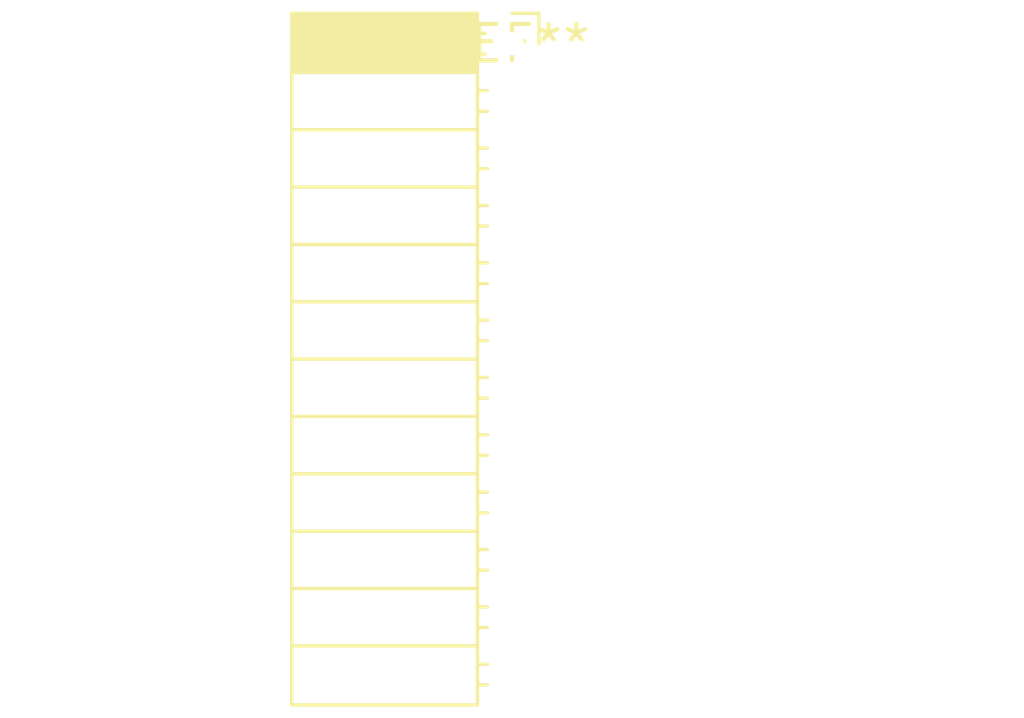
<source format=kicad_pcb>
(kicad_pcb (version 20240108) (generator pcbnew)
  (layers (0 "F.Cu" signal) (31 "B.Cu" signal) (34 "B.Paste" user) (35 "F.Paste" user) (36 "B.SilkS" user "B.Silkscreen") (37 "F.SilkS" user "F.Silkscreen") (38 "B.Mask" user) (39 "F.Mask" user) (44 "Edge.Cuts" user))
  (net 0 "")
  (footprint "PinSocket_1x12_P2.00mm_Horizontal" (layer "F.Cu") (at 0 0)
    (property "Reference" "REF**")
    (property "Value" "PinSocket_1x12_P2.00mm_Horizontal")
    (fp_line (start -7.68 -1.06) (end -7.68 23.06) (layer "F.SilkS") (stroke (width 0.12)))
    (fp_line (start -7.68 -1.06) (end -1.21 -1.06) (layer "F.SilkS") (stroke (width 0.12)))
    (fp_line (start -7.68 -0.94) (end -1.21 -0.94) (layer "F.SilkS") (stroke (width 0.12)))
    (fp_line (start -7.68 -0.825882) (end -1.21 -0.825882) (layer "F.SilkS") (stroke (width 0.12)))
    (fp_line (start -7.68 -0.711764) (end -1.21 -0.711764) (layer "F.SilkS") (stroke (width 0.12)))
    (fp_line (start -7.68 -0.597646) (end -1.21 -0.597646) (layer "F.SilkS") (stroke (width 0.12)))
    (fp_line (start -7.68 -0.483528) (end -1.21 -0.483528) (layer "F.SilkS") (stroke (width 0.12)))
    (fp_line (start -7.68 -0.36941) (end -1.21 -0.36941) (layer "F.SilkS") (stroke (width 0.12)))
    (fp_line (start -7.68 -0.255292) (end -1.21 -0.255292) (layer "F.SilkS") (stroke (width 0.12)))
    (fp_line (start -7.68 -0.141174) (end -1.21 -0.141174) (layer "F.SilkS") (stroke (width 0.12)))
    (fp_line (start -7.68 -0.027056) (end -1.21 -0.027056) (layer "F.SilkS") (stroke (width 0.12)))
    (fp_line (start -7.68 0.087062) (end -1.21 0.087062) (layer "F.SilkS") (stroke (width 0.12)))
    (fp_line (start -7.68 0.20118) (end -1.21 0.20118) (layer "F.SilkS") (stroke (width 0.12)))
    (fp_line (start -7.68 0.315298) (end -1.21 0.315298) (layer "F.SilkS") (stroke (width 0.12)))
    (fp_line (start -7.68 0.429416) (end -1.21 0.429416) (layer "F.SilkS") (stroke (width 0.12)))
    (fp_line (start -7.68 0.543534) (end -1.21 0.543534) (layer "F.SilkS") (stroke (width 0.12)))
    (fp_line (start -7.68 0.657652) (end -1.21 0.657652) (layer "F.SilkS") (stroke (width 0.12)))
    (fp_line (start -7.68 0.77177) (end -1.21 0.77177) (layer "F.SilkS") (stroke (width 0.12)))
    (fp_line (start -7.68 0.885888) (end -1.21 0.885888) (layer "F.SilkS") (stroke (width 0.12)))
    (fp_line (start -7.68 1) (end -1.21 1) (layer "F.SilkS") (stroke (width 0.12)))
    (fp_line (start -7.68 3) (end -1.21 3) (layer "F.SilkS") (stroke (width 0.12)))
    (fp_line (start -7.68 5) (end -1.21 5) (layer "F.SilkS") (stroke (width 0.12)))
    (fp_line (start -7.68 7) (end -1.21 7) (layer "F.SilkS") (stroke (width 0.12)))
    (fp_line (start -7.68 9) (end -1.21 9) (layer "F.SilkS") (stroke (width 0.12)))
    (fp_line (start -7.68 11) (end -1.21 11) (layer "F.SilkS") (stroke (width 0.12)))
    (fp_line (start -7.68 13) (end -1.21 13) (layer "F.SilkS") (stroke (width 0.12)))
    (fp_line (start -7.68 15) (end -1.21 15) (layer "F.SilkS") (stroke (width 0.12)))
    (fp_line (start -7.68 17) (end -1.21 17) (layer "F.SilkS") (stroke (width 0.12)))
    (fp_line (start -7.68 19) (end -1.21 19) (layer "F.SilkS") (stroke (width 0.12)))
    (fp_line (start -7.68 21) (end -1.21 21) (layer "F.SilkS") (stroke (width 0.12)))
    (fp_line (start -7.68 23.06) (end -1.21 23.06) (layer "F.SilkS") (stroke (width 0.12)))
    (fp_line (start -1.21 -1.06) (end -1.21 23.06) (layer "F.SilkS") (stroke (width 0.12)))
    (fp_line (start -1.21 -0.36) (end -0.935 -0.36) (layer "F.SilkS") (stroke (width 0.12)))
    (fp_line (start -1.21 0.36) (end -0.935 0.36) (layer "F.SilkS") (stroke (width 0.12)))
    (fp_line (start -1.21 1.64) (end -0.862917 1.64) (layer "F.SilkS") (stroke (width 0.12)))
    (fp_line (start -1.21 2.36) (end -0.862917 2.36) (layer "F.SilkS") (stroke (width 0.12)))
    (fp_line (start -1.21 3.64) (end -0.862917 3.64) (layer "F.SilkS") (stroke (width 0.12)))
    (fp_line (start -1.21 4.36) (end -0.862917 4.36) (layer "F.SilkS") (stroke (width 0.12)))
    (fp_line (start -1.21 5.64) (end -0.862917 5.64) (layer "F.SilkS") (stroke (width 0.12)))
    (fp_line (start -1.21 6.36) (end -0.862917 6.36) (layer "F.SilkS") (stroke (width 0.12)))
    (fp_line (start -1.21 7.64) (end -0.862917 7.64) (layer "F.SilkS") (stroke (width 0.12)))
    (fp_line (start -1.21 8.36) (end -0.862917 8.36) (layer "F.SilkS") (stroke (width 0.12)))
    (fp_line (start -1.21 9.64) (end -0.862917 9.64) (layer "F.SilkS") (stroke (width 0.12)))
    (fp_line (start -1.21 10.36) (end -0.862917 10.36) (layer "F.SilkS") (stroke (width 0.12)))
    (fp_line (start -1.21 11.64) (end -0.862917 11.64) (layer "F.SilkS") (stroke (width 0.12)))
    (fp_line (start -1.21 12.36) (end -0.862917 12.36) (layer "F.SilkS") (stroke (width 0.12)))
    (fp_line (start -1.21 13.64) (end -0.862917 13.64) (layer "F.SilkS") (stroke (width 0.12)))
    (fp_line (start -1.21 14.36) (end -0.862917 14.36) (layer "F.SilkS") (stroke (width 0.12)))
    (fp_line (start -1.21 15.64) (end -0.862917 15.64) (layer "F.SilkS") (stroke (width 0.12)))
    (fp_line (start -1.21 16.36) (end -0.862917 16.36) (layer "F.SilkS") (stroke (width 0.12)))
    (fp_line (start -1.21 17.64) (end -0.862917 17.64) (layer "F.SilkS") (stroke (width 0.12)))
    (fp_line (start -1.21 18.36) (end -0.862917 18.36) (layer "F.SilkS") (stroke (width 0.12)))
    (fp_line (start -1.21 19.64) (end -0.862917 19.64) (layer "F.SilkS") (stroke (width 0.12)))
    (fp_line (start -1.21 20.36) (end -0.862917 20.36) (layer "F.SilkS") (stroke (width 0.12)))
    (fp_line (start -1.21 21.64) (end -0.862917 21.64) (layer "F.SilkS") (stroke (width 0.12)))
    (fp_line (start -1.21 22.36) (end -0.862917 22.36) (layer "F.SilkS") (stroke (width 0.12)))
    (fp_line (start 0 -1.06) (end 0.935 -1.06) (layer "F.SilkS") (stroke (width 0.12)))
    (fp_line (start 0.935 -1.06) (end 0.935 0) (layer "F.SilkS") (stroke (width 0.12)))
    (pad "1" thru_hole rect (at 0 0) (size 1.35 1.35) (drill 0.8) (layers *.Cu *.Mask) (remove_unused_layers))
    (pad "2" thru_hole oval (at 0 2) (size 1.35 1.35) (drill 0.8) (layers *.Cu *.Mask) (remove_unused_layers))
    (pad "3" thru_hole oval (at 0 4) (size 1.35 1.35) (drill 0.8) (layers *.Cu *.Mask) (remove_unused_layers))
    (pad "4" thru_hole oval (at 0 6) (size 1.35 1.35) (drill 0.8) (layers *.Cu *.Mask) (remove_unused_layers))
    (pad "5" thru_hole oval (at 0 8) (size 1.35 1.35) (drill 0.8) (layers *.Cu *.Mask) (remove_unused_layers))
    (pad "6" thru_hole oval (at 0 10) (size 1.35 1.35) (drill 0.8) (layers *.Cu *.Mask) (remove_unused_layers))
    (pad "7" thru_hole oval (at 0 12) (size 1.35 1.35) (drill 0.8) (layers *.Cu *.Mask) (remove_unused_layers))
    (pad "8" thru_hole oval (at 0 14) (size 1.35 1.35) (drill 0.8) (layers *.Cu *.Mask) (remove_unused_layers))
    (pad "9" thru_hole oval (at 0 16) (size 1.35 1.35) (drill 0.8) (layers *.Cu *.Mask) (remove_unused_layers))
    (pad "10" thru_hole oval (at 0 18) (size 1.35 1.35) (drill 0.8) (layers *.Cu *.Mask) (remove_unused_layers))
    (pad "11" thru_hole oval (at 0 20) (size 1.35 1.35) (drill 0.8) (layers *.Cu *.Mask) (remove_unused_layers))
    (pad "12" thru_hole oval (at 0 22) (size 1.35 1.35) (drill 0.8) (layers *.Cu *.Mask) (remove_unused_layers))
  )
)
</source>
